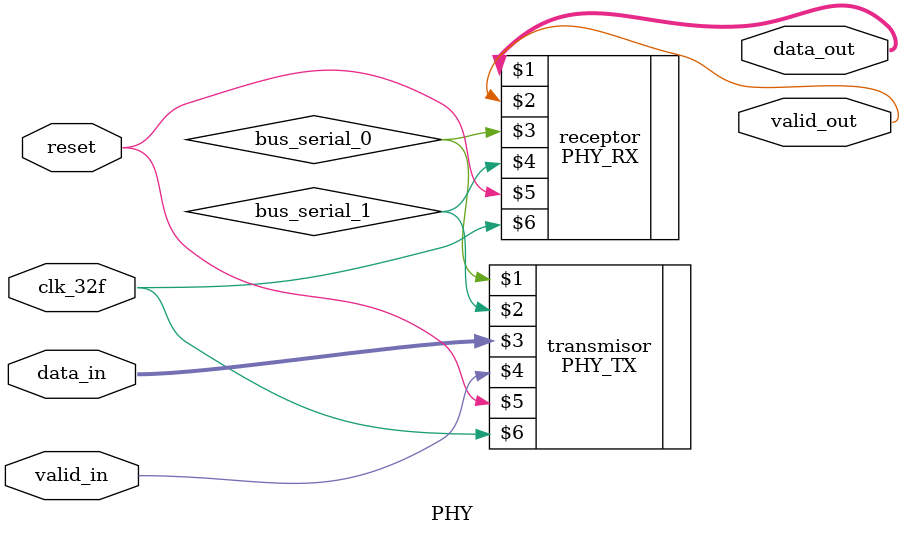
<source format=v>

`include "phy_rx.v"
`include "phy_tx.v"

module PHY(data_out, valid_out, data_in, valid_in, reset, clk_32f);
	output reg [31:0] data_out;
	output reg valid_out;
	input [31:0] data_in;
	input valid_in, reset, clk_32f;
	
	wire bus_serial_0, bus_serial_1;
	
	PHY_TX transmisor(bus_serial_0, bus_serial_1, data_in, valid_in, reset, clk_32f);
	PHY_RX receptor(data_out, valid_out, bus_serial_0, bus_serial_1, reset, clk_32f);

endmodule

</source>
